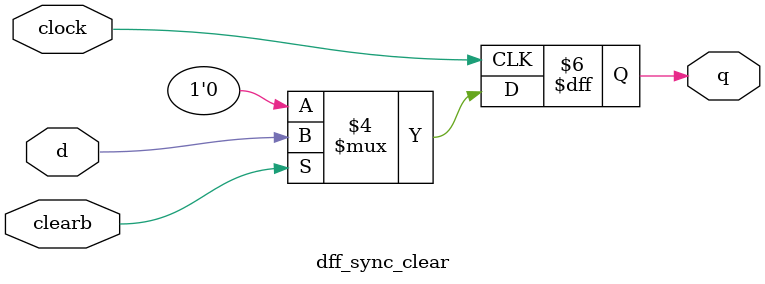
<source format=v>
module dff_sync_clear(q, d, clock, clearb);
	input d, clearb, clock;
	output q;
	reg q;
	always @ (posedge clock)
		begin
		if (!clearb) q <= 1'b0;
		else q <= d;
	end
endmodule
</source>
